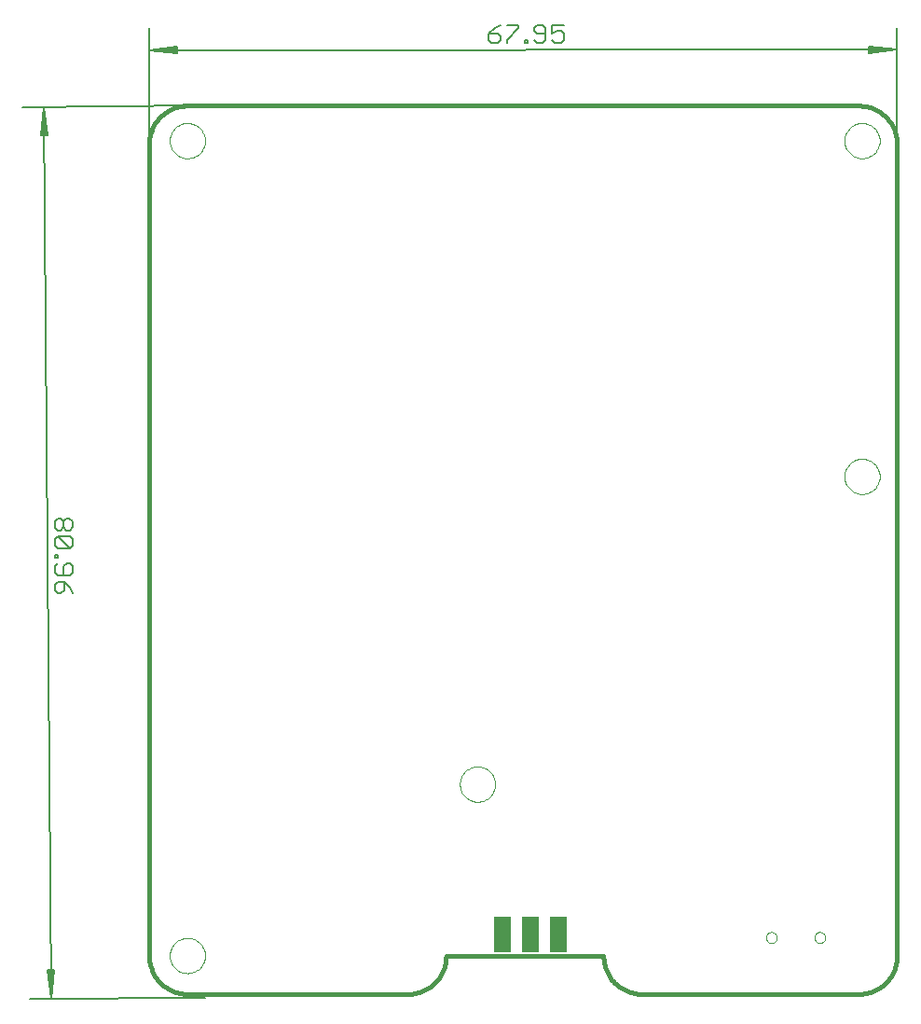
<source format=gbp>
G75*
G70*
%OFA0B0*%
%FSLAX24Y24*%
%IPPOS*%
%LPD*%
%AMOC8*
5,1,8,0,0,1.08239X$1,22.5*
%
%ADD10C,0.0160*%
%ADD11C,0.0051*%
%ADD12C,0.0060*%
%ADD13C,0.0000*%
%ADD14R,0.0600X0.1300*%
D10*
X004642Y002930D02*
X004642Y031925D01*
X004642Y031930D02*
X004644Y032002D01*
X004650Y032074D01*
X004659Y032145D01*
X004672Y032216D01*
X004689Y032286D01*
X004709Y032355D01*
X004733Y032423D01*
X004761Y032489D01*
X004792Y032554D01*
X004826Y032618D01*
X004864Y032679D01*
X004905Y032738D01*
X004948Y032795D01*
X004995Y032850D01*
X005045Y032902D01*
X005097Y032952D01*
X005152Y032999D01*
X005209Y033042D01*
X005268Y033083D01*
X005330Y033121D01*
X005393Y033155D01*
X005458Y033186D01*
X005524Y033214D01*
X005592Y033238D01*
X005661Y033258D01*
X005731Y033275D01*
X005802Y033288D01*
X005873Y033297D01*
X005945Y033303D01*
X006017Y033305D01*
X005892Y033305D02*
X030012Y033305D01*
X030017Y033305D02*
X030089Y033303D01*
X030161Y033297D01*
X030232Y033288D01*
X030303Y033275D01*
X030373Y033258D01*
X030442Y033238D01*
X030510Y033214D01*
X030576Y033186D01*
X030641Y033155D01*
X030705Y033121D01*
X030766Y033083D01*
X030825Y033042D01*
X030882Y032999D01*
X030937Y032952D01*
X030989Y032902D01*
X031039Y032850D01*
X031086Y032795D01*
X031129Y032738D01*
X031170Y032679D01*
X031208Y032618D01*
X031242Y032554D01*
X031273Y032489D01*
X031301Y032423D01*
X031325Y032355D01*
X031345Y032286D01*
X031362Y032216D01*
X031375Y032145D01*
X031384Y032074D01*
X031390Y032002D01*
X031392Y031930D01*
X031392Y002805D01*
X031392Y002930D02*
X031390Y002858D01*
X031384Y002786D01*
X031375Y002715D01*
X031362Y002644D01*
X031345Y002574D01*
X031325Y002505D01*
X031301Y002437D01*
X031273Y002371D01*
X031242Y002306D01*
X031208Y002243D01*
X031170Y002181D01*
X031129Y002122D01*
X031086Y002065D01*
X031039Y002010D01*
X030989Y001958D01*
X030937Y001908D01*
X030882Y001861D01*
X030825Y001818D01*
X030766Y001777D01*
X030705Y001739D01*
X030641Y001705D01*
X030576Y001674D01*
X030510Y001646D01*
X030442Y001622D01*
X030373Y001602D01*
X030303Y001585D01*
X030232Y001572D01*
X030161Y001563D01*
X030089Y001557D01*
X030017Y001555D01*
X022267Y001555D01*
X022195Y001557D01*
X022123Y001563D01*
X022052Y001572D01*
X021981Y001585D01*
X021911Y001602D01*
X021842Y001622D01*
X021774Y001646D01*
X021708Y001674D01*
X021643Y001705D01*
X021580Y001739D01*
X021518Y001777D01*
X021459Y001818D01*
X021402Y001861D01*
X021347Y001908D01*
X021295Y001958D01*
X021245Y002010D01*
X021198Y002065D01*
X021155Y002122D01*
X021114Y002181D01*
X021076Y002243D01*
X021042Y002306D01*
X021011Y002371D01*
X020983Y002437D01*
X020959Y002505D01*
X020939Y002574D01*
X020922Y002644D01*
X020909Y002715D01*
X020900Y002786D01*
X020894Y002858D01*
X020892Y002930D01*
X015267Y002930D01*
X015265Y002858D01*
X015259Y002786D01*
X015250Y002715D01*
X015237Y002644D01*
X015220Y002574D01*
X015200Y002505D01*
X015176Y002437D01*
X015148Y002371D01*
X015117Y002306D01*
X015083Y002243D01*
X015045Y002181D01*
X015004Y002122D01*
X014961Y002065D01*
X014914Y002010D01*
X014864Y001958D01*
X014812Y001908D01*
X014757Y001861D01*
X014700Y001818D01*
X014641Y001777D01*
X014580Y001739D01*
X014516Y001705D01*
X014451Y001674D01*
X014385Y001646D01*
X014317Y001622D01*
X014248Y001602D01*
X014178Y001585D01*
X014107Y001572D01*
X014036Y001563D01*
X013964Y001557D01*
X013892Y001555D01*
X006017Y001555D01*
X005945Y001557D01*
X005873Y001563D01*
X005802Y001572D01*
X005731Y001585D01*
X005661Y001602D01*
X005592Y001622D01*
X005524Y001646D01*
X005458Y001674D01*
X005393Y001705D01*
X005329Y001739D01*
X005268Y001777D01*
X005209Y001818D01*
X005152Y001861D01*
X005097Y001908D01*
X005045Y001958D01*
X004995Y002010D01*
X004948Y002065D01*
X004905Y002122D01*
X004864Y002181D01*
X004826Y002243D01*
X004792Y002306D01*
X004761Y002371D01*
X004733Y002437D01*
X004709Y002505D01*
X004689Y002574D01*
X004672Y002644D01*
X004659Y002715D01*
X004650Y002786D01*
X004644Y002858D01*
X004642Y002930D01*
D11*
X006642Y001430D02*
X000376Y001381D01*
X001143Y001387D02*
X001033Y002410D01*
X001010Y002409D02*
X001143Y001387D01*
X001238Y002411D01*
X001261Y002411D02*
X001010Y002409D01*
X001084Y002410D02*
X001143Y001387D01*
X001186Y002411D01*
X001261Y002411D02*
X001143Y001387D01*
X000893Y033262D01*
X000799Y032237D01*
X000776Y032237D02*
X000893Y033262D01*
X001004Y032239D01*
X001027Y032239D02*
X000776Y032237D01*
X000850Y032238D02*
X000893Y033262D01*
X000952Y032239D01*
X001027Y032239D02*
X000893Y033262D01*
X000126Y033256D02*
X006392Y033305D01*
X005665Y035175D02*
X004641Y035300D01*
X005665Y035198D01*
X005665Y035175D02*
X005665Y035426D01*
X004641Y035300D01*
X005665Y035403D01*
X005665Y035352D02*
X004641Y035300D01*
X005665Y035249D01*
X004641Y035300D02*
X031391Y035305D01*
X030368Y035203D01*
X030368Y035179D02*
X031391Y035305D01*
X030368Y035407D01*
X030368Y035431D02*
X030368Y035179D01*
X030368Y035254D02*
X031391Y035305D01*
X030368Y035356D01*
X030368Y035431D02*
X031391Y035305D01*
X031391Y036073D02*
X031392Y031930D01*
X004642Y031925D02*
X004641Y036068D01*
D12*
X016790Y035879D02*
X016790Y035665D01*
X016897Y035559D01*
X017110Y035559D01*
X017217Y035665D01*
X017217Y035772D01*
X017110Y035879D01*
X016790Y035879D01*
X017004Y036092D01*
X017217Y036199D01*
X017435Y036199D02*
X017862Y036199D01*
X017862Y036092D01*
X017435Y035665D01*
X017435Y035559D01*
X018079Y035559D02*
X018186Y035559D01*
X018186Y035665D01*
X018079Y035665D01*
X018079Y035559D01*
X018401Y035665D02*
X018508Y035559D01*
X018722Y035559D01*
X018828Y035665D01*
X018828Y036092D01*
X018722Y036199D01*
X018508Y036199D01*
X018401Y036092D01*
X018401Y035986D01*
X018508Y035879D01*
X018828Y035879D01*
X019046Y035879D02*
X019046Y036199D01*
X019473Y036199D01*
X019366Y035986D02*
X019259Y035986D01*
X019046Y035879D01*
X019046Y035665D02*
X019153Y035559D01*
X019366Y035559D01*
X019473Y035665D01*
X019473Y035879D01*
X019366Y035986D01*
X001906Y018450D02*
X001908Y018237D01*
X001802Y018129D01*
X001695Y018129D01*
X001587Y018235D01*
X001586Y018448D01*
X001692Y018556D01*
X001799Y018556D01*
X001906Y018450D01*
X001586Y018448D02*
X001478Y018554D01*
X001372Y018553D01*
X001266Y018446D01*
X001267Y018232D01*
X001375Y018126D01*
X001481Y018127D01*
X001587Y018235D01*
X001376Y017909D02*
X001806Y017485D01*
X001379Y017482D01*
X001272Y017588D01*
X001270Y017801D01*
X001376Y017909D01*
X001803Y017912D01*
X001911Y017806D01*
X001912Y017592D01*
X001806Y017485D01*
X001810Y016945D02*
X001703Y016944D01*
X001597Y016837D01*
X001599Y016516D01*
X001386Y016515D02*
X001813Y016518D01*
X001919Y016625D01*
X001917Y016839D01*
X001810Y016945D01*
X001383Y016942D02*
X001277Y016835D01*
X001278Y016621D01*
X001386Y016515D01*
X001387Y016297D02*
X001281Y016190D01*
X001283Y015976D01*
X001390Y015870D01*
X001497Y015871D01*
X001603Y015979D01*
X001601Y016299D01*
X001387Y016297D01*
X001601Y016299D02*
X001816Y016087D01*
X001924Y015874D01*
X001381Y017158D02*
X001275Y017157D01*
X001274Y017264D01*
X001381Y017264D01*
X001381Y017158D01*
D13*
X005387Y002930D02*
X005389Y002980D01*
X005395Y003030D01*
X005405Y003079D01*
X005419Y003127D01*
X005436Y003174D01*
X005457Y003219D01*
X005482Y003263D01*
X005510Y003304D01*
X005542Y003343D01*
X005576Y003380D01*
X005613Y003414D01*
X005653Y003444D01*
X005695Y003471D01*
X005739Y003495D01*
X005785Y003516D01*
X005832Y003532D01*
X005880Y003545D01*
X005930Y003554D01*
X005979Y003559D01*
X006030Y003560D01*
X006080Y003557D01*
X006129Y003550D01*
X006178Y003539D01*
X006226Y003524D01*
X006272Y003506D01*
X006317Y003484D01*
X006360Y003458D01*
X006401Y003429D01*
X006440Y003397D01*
X006476Y003362D01*
X006508Y003324D01*
X006538Y003284D01*
X006565Y003241D01*
X006588Y003197D01*
X006607Y003151D01*
X006623Y003103D01*
X006635Y003054D01*
X006643Y003005D01*
X006647Y002955D01*
X006647Y002905D01*
X006643Y002855D01*
X006635Y002806D01*
X006623Y002757D01*
X006607Y002709D01*
X006588Y002663D01*
X006565Y002619D01*
X006538Y002576D01*
X006508Y002536D01*
X006476Y002498D01*
X006440Y002463D01*
X006401Y002431D01*
X006360Y002402D01*
X006317Y002376D01*
X006272Y002354D01*
X006226Y002336D01*
X006178Y002321D01*
X006129Y002310D01*
X006080Y002303D01*
X006030Y002300D01*
X005979Y002301D01*
X005930Y002306D01*
X005880Y002315D01*
X005832Y002328D01*
X005785Y002344D01*
X005739Y002365D01*
X005695Y002389D01*
X005653Y002416D01*
X005613Y002446D01*
X005576Y002480D01*
X005542Y002517D01*
X005510Y002556D01*
X005482Y002597D01*
X005457Y002641D01*
X005436Y002686D01*
X005419Y002733D01*
X005405Y002781D01*
X005395Y002830D01*
X005389Y002880D01*
X005387Y002930D01*
X015762Y009055D02*
X015764Y009105D01*
X015770Y009155D01*
X015780Y009204D01*
X015794Y009252D01*
X015811Y009299D01*
X015832Y009344D01*
X015857Y009388D01*
X015885Y009429D01*
X015917Y009468D01*
X015951Y009505D01*
X015988Y009539D01*
X016028Y009569D01*
X016070Y009596D01*
X016114Y009620D01*
X016160Y009641D01*
X016207Y009657D01*
X016255Y009670D01*
X016305Y009679D01*
X016354Y009684D01*
X016405Y009685D01*
X016455Y009682D01*
X016504Y009675D01*
X016553Y009664D01*
X016601Y009649D01*
X016647Y009631D01*
X016692Y009609D01*
X016735Y009583D01*
X016776Y009554D01*
X016815Y009522D01*
X016851Y009487D01*
X016883Y009449D01*
X016913Y009409D01*
X016940Y009366D01*
X016963Y009322D01*
X016982Y009276D01*
X016998Y009228D01*
X017010Y009179D01*
X017018Y009130D01*
X017022Y009080D01*
X017022Y009030D01*
X017018Y008980D01*
X017010Y008931D01*
X016998Y008882D01*
X016982Y008834D01*
X016963Y008788D01*
X016940Y008744D01*
X016913Y008701D01*
X016883Y008661D01*
X016851Y008623D01*
X016815Y008588D01*
X016776Y008556D01*
X016735Y008527D01*
X016692Y008501D01*
X016647Y008479D01*
X016601Y008461D01*
X016553Y008446D01*
X016504Y008435D01*
X016455Y008428D01*
X016405Y008425D01*
X016354Y008426D01*
X016305Y008431D01*
X016255Y008440D01*
X016207Y008453D01*
X016160Y008469D01*
X016114Y008490D01*
X016070Y008514D01*
X016028Y008541D01*
X015988Y008571D01*
X015951Y008605D01*
X015917Y008642D01*
X015885Y008681D01*
X015857Y008722D01*
X015832Y008766D01*
X015811Y008811D01*
X015794Y008858D01*
X015780Y008906D01*
X015770Y008955D01*
X015764Y009005D01*
X015762Y009055D01*
X026704Y003574D02*
X026706Y003601D01*
X026712Y003628D01*
X026721Y003654D01*
X026734Y003678D01*
X026750Y003701D01*
X026769Y003720D01*
X026791Y003737D01*
X026815Y003751D01*
X026840Y003761D01*
X026867Y003768D01*
X026894Y003771D01*
X026922Y003770D01*
X026949Y003765D01*
X026975Y003757D01*
X026999Y003745D01*
X027022Y003729D01*
X027043Y003711D01*
X027060Y003690D01*
X027075Y003666D01*
X027086Y003641D01*
X027094Y003615D01*
X027098Y003588D01*
X027098Y003560D01*
X027094Y003533D01*
X027086Y003507D01*
X027075Y003482D01*
X027060Y003458D01*
X027043Y003437D01*
X027022Y003419D01*
X027000Y003403D01*
X026975Y003391D01*
X026949Y003383D01*
X026922Y003378D01*
X026894Y003377D01*
X026867Y003380D01*
X026840Y003387D01*
X026815Y003397D01*
X026791Y003411D01*
X026769Y003428D01*
X026750Y003447D01*
X026734Y003470D01*
X026721Y003494D01*
X026712Y003520D01*
X026706Y003547D01*
X026704Y003574D01*
X028436Y003574D02*
X028438Y003601D01*
X028444Y003628D01*
X028453Y003654D01*
X028466Y003678D01*
X028482Y003701D01*
X028501Y003720D01*
X028523Y003737D01*
X028547Y003751D01*
X028572Y003761D01*
X028599Y003768D01*
X028626Y003771D01*
X028654Y003770D01*
X028681Y003765D01*
X028707Y003757D01*
X028731Y003745D01*
X028754Y003729D01*
X028775Y003711D01*
X028792Y003690D01*
X028807Y003666D01*
X028818Y003641D01*
X028826Y003615D01*
X028830Y003588D01*
X028830Y003560D01*
X028826Y003533D01*
X028818Y003507D01*
X028807Y003482D01*
X028792Y003458D01*
X028775Y003437D01*
X028754Y003419D01*
X028732Y003403D01*
X028707Y003391D01*
X028681Y003383D01*
X028654Y003378D01*
X028626Y003377D01*
X028599Y003380D01*
X028572Y003387D01*
X028547Y003397D01*
X028523Y003411D01*
X028501Y003428D01*
X028482Y003447D01*
X028466Y003470D01*
X028453Y003494D01*
X028444Y003520D01*
X028438Y003547D01*
X028436Y003574D01*
X029512Y020055D02*
X029514Y020105D01*
X029520Y020155D01*
X029530Y020204D01*
X029544Y020252D01*
X029561Y020299D01*
X029582Y020344D01*
X029607Y020388D01*
X029635Y020429D01*
X029667Y020468D01*
X029701Y020505D01*
X029738Y020539D01*
X029778Y020569D01*
X029820Y020596D01*
X029864Y020620D01*
X029910Y020641D01*
X029957Y020657D01*
X030005Y020670D01*
X030055Y020679D01*
X030104Y020684D01*
X030155Y020685D01*
X030205Y020682D01*
X030254Y020675D01*
X030303Y020664D01*
X030351Y020649D01*
X030397Y020631D01*
X030442Y020609D01*
X030485Y020583D01*
X030526Y020554D01*
X030565Y020522D01*
X030601Y020487D01*
X030633Y020449D01*
X030663Y020409D01*
X030690Y020366D01*
X030713Y020322D01*
X030732Y020276D01*
X030748Y020228D01*
X030760Y020179D01*
X030768Y020130D01*
X030772Y020080D01*
X030772Y020030D01*
X030768Y019980D01*
X030760Y019931D01*
X030748Y019882D01*
X030732Y019834D01*
X030713Y019788D01*
X030690Y019744D01*
X030663Y019701D01*
X030633Y019661D01*
X030601Y019623D01*
X030565Y019588D01*
X030526Y019556D01*
X030485Y019527D01*
X030442Y019501D01*
X030397Y019479D01*
X030351Y019461D01*
X030303Y019446D01*
X030254Y019435D01*
X030205Y019428D01*
X030155Y019425D01*
X030104Y019426D01*
X030055Y019431D01*
X030005Y019440D01*
X029957Y019453D01*
X029910Y019469D01*
X029864Y019490D01*
X029820Y019514D01*
X029778Y019541D01*
X029738Y019571D01*
X029701Y019605D01*
X029667Y019642D01*
X029635Y019681D01*
X029607Y019722D01*
X029582Y019766D01*
X029561Y019811D01*
X029544Y019858D01*
X029530Y019906D01*
X029520Y019955D01*
X029514Y020005D01*
X029512Y020055D01*
X029512Y032055D02*
X029514Y032105D01*
X029520Y032155D01*
X029530Y032204D01*
X029544Y032252D01*
X029561Y032299D01*
X029582Y032344D01*
X029607Y032388D01*
X029635Y032429D01*
X029667Y032468D01*
X029701Y032505D01*
X029738Y032539D01*
X029778Y032569D01*
X029820Y032596D01*
X029864Y032620D01*
X029910Y032641D01*
X029957Y032657D01*
X030005Y032670D01*
X030055Y032679D01*
X030104Y032684D01*
X030155Y032685D01*
X030205Y032682D01*
X030254Y032675D01*
X030303Y032664D01*
X030351Y032649D01*
X030397Y032631D01*
X030442Y032609D01*
X030485Y032583D01*
X030526Y032554D01*
X030565Y032522D01*
X030601Y032487D01*
X030633Y032449D01*
X030663Y032409D01*
X030690Y032366D01*
X030713Y032322D01*
X030732Y032276D01*
X030748Y032228D01*
X030760Y032179D01*
X030768Y032130D01*
X030772Y032080D01*
X030772Y032030D01*
X030768Y031980D01*
X030760Y031931D01*
X030748Y031882D01*
X030732Y031834D01*
X030713Y031788D01*
X030690Y031744D01*
X030663Y031701D01*
X030633Y031661D01*
X030601Y031623D01*
X030565Y031588D01*
X030526Y031556D01*
X030485Y031527D01*
X030442Y031501D01*
X030397Y031479D01*
X030351Y031461D01*
X030303Y031446D01*
X030254Y031435D01*
X030205Y031428D01*
X030155Y031425D01*
X030104Y031426D01*
X030055Y031431D01*
X030005Y031440D01*
X029957Y031453D01*
X029910Y031469D01*
X029864Y031490D01*
X029820Y031514D01*
X029778Y031541D01*
X029738Y031571D01*
X029701Y031605D01*
X029667Y031642D01*
X029635Y031681D01*
X029607Y031722D01*
X029582Y031766D01*
X029561Y031811D01*
X029544Y031858D01*
X029530Y031906D01*
X029520Y031955D01*
X029514Y032005D01*
X029512Y032055D01*
X005387Y032055D02*
X005389Y032105D01*
X005395Y032155D01*
X005405Y032204D01*
X005419Y032252D01*
X005436Y032299D01*
X005457Y032344D01*
X005482Y032388D01*
X005510Y032429D01*
X005542Y032468D01*
X005576Y032505D01*
X005613Y032539D01*
X005653Y032569D01*
X005695Y032596D01*
X005739Y032620D01*
X005785Y032641D01*
X005832Y032657D01*
X005880Y032670D01*
X005930Y032679D01*
X005979Y032684D01*
X006030Y032685D01*
X006080Y032682D01*
X006129Y032675D01*
X006178Y032664D01*
X006226Y032649D01*
X006272Y032631D01*
X006317Y032609D01*
X006360Y032583D01*
X006401Y032554D01*
X006440Y032522D01*
X006476Y032487D01*
X006508Y032449D01*
X006538Y032409D01*
X006565Y032366D01*
X006588Y032322D01*
X006607Y032276D01*
X006623Y032228D01*
X006635Y032179D01*
X006643Y032130D01*
X006647Y032080D01*
X006647Y032030D01*
X006643Y031980D01*
X006635Y031931D01*
X006623Y031882D01*
X006607Y031834D01*
X006588Y031788D01*
X006565Y031744D01*
X006538Y031701D01*
X006508Y031661D01*
X006476Y031623D01*
X006440Y031588D01*
X006401Y031556D01*
X006360Y031527D01*
X006317Y031501D01*
X006272Y031479D01*
X006226Y031461D01*
X006178Y031446D01*
X006129Y031435D01*
X006080Y031428D01*
X006030Y031425D01*
X005979Y031426D01*
X005930Y031431D01*
X005880Y031440D01*
X005832Y031453D01*
X005785Y031469D01*
X005739Y031490D01*
X005695Y031514D01*
X005653Y031541D01*
X005613Y031571D01*
X005576Y031605D01*
X005542Y031642D01*
X005510Y031681D01*
X005482Y031722D01*
X005457Y031766D01*
X005436Y031811D01*
X005419Y031858D01*
X005405Y031906D01*
X005395Y031955D01*
X005389Y032005D01*
X005387Y032055D01*
D14*
X017267Y003680D03*
X018267Y003680D03*
X019267Y003680D03*
M02*

</source>
